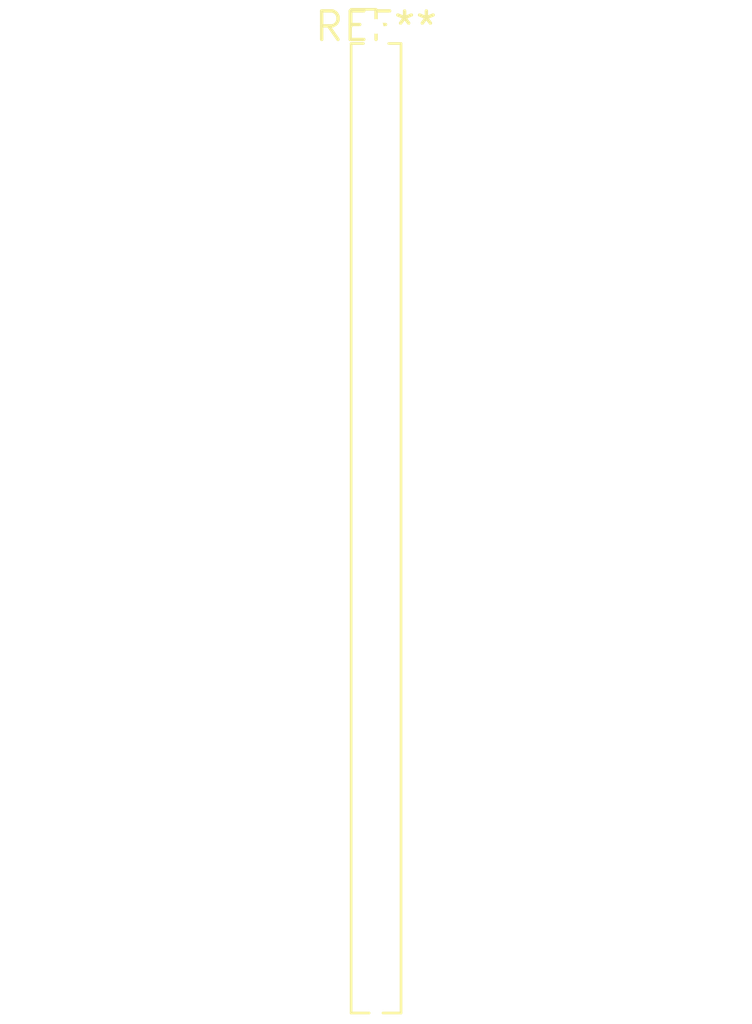
<source format=kicad_pcb>
(kicad_pcb (version 20240108) (generator pcbnew)
  (layers (0 "F.Cu" signal) (31 "B.Cu" signal) (34 "B.Paste" user) (35 "F.Paste" user) (36 "B.SilkS" user "B.Silkscreen") (37 "F.SilkS" user "F.Silkscreen") (38 "B.Mask" user) (39 "F.Mask" user) (44 "Edge.Cuts" user))
  (net 0 "")
  (footprint "PinHeader_1x35_P1.27mm_Vertical" (layer "F.Cu") (at 0 0)
    (property "Reference" "REF**")
    (property "Value" "PinHeader_1x35_P1.27mm_Vertical")
    (fp_line (start -1.11 -0.76) (end 0 -0.76) (layer "F.SilkS") (stroke (width 0.12)))
    (fp_line (start -1.11 0) (end -1.11 -0.76) (layer "F.SilkS") (stroke (width 0.12)))
    (fp_line (start -1.11 0.76) (end -1.11 43.875) (layer "F.SilkS") (stroke (width 0.12)))
    (fp_line (start -1.11 0.76) (end -0.563471 0.76) (layer "F.SilkS") (stroke (width 0.12)))
    (fp_line (start -1.11 43.875) (end -0.30753 43.875) (layer "F.SilkS") (stroke (width 0.12)))
    (fp_line (start 0.30753 43.875) (end 1.11 43.875) (layer "F.SilkS") (stroke (width 0.12)))
    (fp_line (start 0.563471 0.76) (end 1.11 0.76) (layer "F.SilkS") (stroke (width 0.12)))
    (fp_line (start 1.11 0.76) (end 1.11 43.875) (layer "F.SilkS") (stroke (width 0.12)))
    (pad "1" thru_hole rect (at 0 0) (size 1 1) (drill 0.65) (layers *.Cu *.Mask) (remove_unused_layers))
    (pad "2" thru_hole oval (at 0 1.27) (size 1 1) (drill 0.65) (layers *.Cu *.Mask) (remove_unused_layers))
    (pad "3" thru_hole oval (at 0 2.54) (size 1 1) (drill 0.65) (layers *.Cu *.Mask) (remove_unused_layers))
    (pad "4" thru_hole oval (at 0 3.81) (size 1 1) (drill 0.65) (layers *.Cu *.Mask) (remove_unused_layers))
    (pad "5" thru_hole oval (at 0 5.08) (size 1 1) (drill 0.65) (layers *.Cu *.Mask) (remove_unused_layers))
    (pad "6" thru_hole oval (at 0 6.35) (size 1 1) (drill 0.65) (layers *.Cu *.Mask) (remove_unused_layers))
    (pad "7" thru_hole oval (at 0 7.62) (size 1 1) (drill 0.65) (layers *.Cu *.Mask) (remove_unused_layers))
    (pad "8" thru_hole oval (at 0 8.89) (size 1 1) (drill 0.65) (layers *.Cu *.Mask) (remove_unused_layers))
    (pad "9" thru_hole oval (at 0 10.16) (size 1 1) (drill 0.65) (layers *.Cu *.Mask) (remove_unused_layers))
    (pad "10" thru_hole oval (at 0 11.43) (size 1 1) (drill 0.65) (layers *.Cu *.Mask) (remove_unused_layers))
    (pad "11" thru_hole oval (at 0 12.7) (size 1 1) (drill 0.65) (layers *.Cu *.Mask) (remove_unused_layers))
    (pad "12" thru_hole oval (at 0 13.97) (size 1 1) (drill 0.65) (layers *.Cu *.Mask) (remove_unused_layers))
    (pad "13" thru_hole oval (at 0 15.24) (size 1 1) (drill 0.65) (layers *.Cu *.Mask) (remove_unused_layers))
    (pad "14" thru_hole oval (at 0 16.51) (size 1 1) (drill 0.65) (layers *.Cu *.Mask) (remove_unused_layers))
    (pad "15" thru_hole oval (at 0 17.78) (size 1 1) (drill 0.65) (layers *.Cu *.Mask) (remove_unused_layers))
    (pad "16" thru_hole oval (at 0 19.05) (size 1 1) (drill 0.65) (layers *.Cu *.Mask) (remove_unused_layers))
    (pad "17" thru_hole oval (at 0 20.32) (size 1 1) (drill 0.65) (layers *.Cu *.Mask) (remove_unused_layers))
    (pad "18" thru_hole oval (at 0 21.59) (size 1 1) (drill 0.65) (layers *.Cu *.Mask) (remove_unused_layers))
    (pad "19" thru_hole oval (at 0 22.86) (size 1 1) (drill 0.65) (layers *.Cu *.Mask) (remove_unused_layers))
    (pad "20" thru_hole oval (at 0 24.13) (size 1 1) (drill 0.65) (layers *.Cu *.Mask) (remove_unused_layers))
    (pad "21" thru_hole oval (at 0 25.4) (size 1 1) (drill 0.65) (layers *.Cu *.Mask) (remove_unused_layers))
    (pad "22" thru_hole oval (at 0 26.67) (size 1 1) (drill 0.65) (layers *.Cu *.Mask) (remove_unused_layers))
    (pad "23" thru_hole oval (at 0 27.94) (size 1 1) (drill 0.65) (layers *.Cu *.Mask) (remove_unused_layers))
    (pad "24" thru_hole oval (at 0 29.21) (size 1 1) (drill 0.65) (layers *.Cu *.Mask) (remove_unused_layers))
    (pad "25" thru_hole oval (at 0 30.48) (size 1 1) (drill 0.65) (layers *.Cu *.Mask) (remove_unused_layers))
    (pad "26" thru_hole oval (at 0 31.75) (size 1 1) (drill 0.65) (layers *.Cu *.Mask) (remove_unused_layers))
    (pad "27" thru_hole oval (at 0 33.02) (size 1 1) (drill 0.65) (layers *.Cu *.Mask) (remove_unused_layers))
    (pad "28" thru_hole oval (at 0 34.29) (size 1 1) (drill 0.65) (layers *.Cu *.Mask) (remove_unused_layers))
    (pad "29" thru_hole oval (at 0 35.56) (size 1 1) (drill 0.65) (layers *.Cu *.Mask) (remove_unused_layers))
    (pad "30" thru_hole oval (at 0 36.83) (size 1 1) (drill 0.65) (layers *.Cu *.Mask) (remove_unused_layers))
    (pad "31" thru_hole oval (at 0 38.1) (size 1 1) (drill 0.65) (layers *.Cu *.Mask) (remove_unused_layers))
    (pad "32" thru_hole oval (at 0 39.37) (size 1 1) (drill 0.65) (layers *.Cu *.Mask) (remove_unused_layers))
    (pad "33" thru_hole oval (at 0 40.64) (size 1 1) (drill 0.65) (layers *.Cu *.Mask) (remove_unused_layers))
    (pad "34" thru_hole oval (at 0 41.91) (size 1 1) (drill 0.65) (layers *.Cu *.Mask) (remove_unused_layers))
    (pad "35" thru_hole oval (at 0 43.18) (size 1 1) (drill 0.65) (layers *.Cu *.Mask) (remove_unused_layers))
  )
)
</source>
